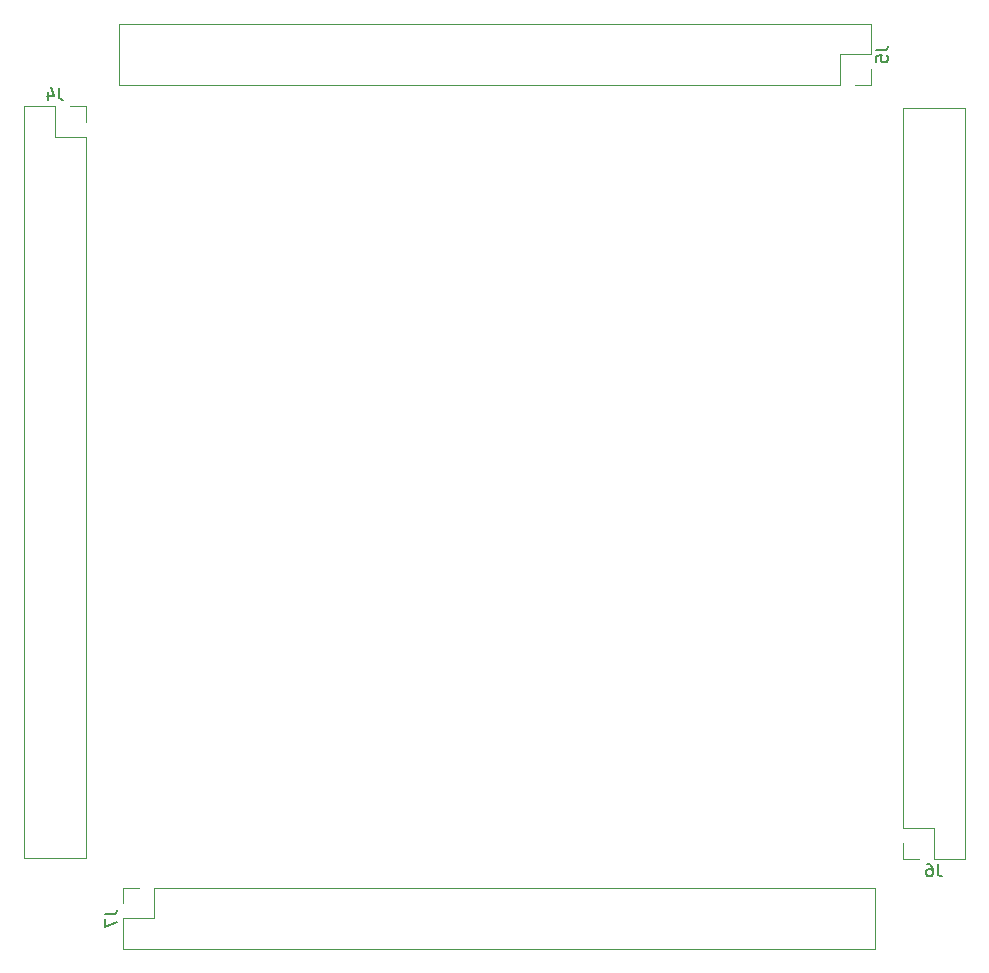
<source format=gbr>
%TF.GenerationSoftware,KiCad,Pcbnew,7.0.7*%
%TF.CreationDate,2024-02-27T20:23:58-08:00*%
%TF.ProjectId,PCBranch,50434272-616e-4636-982e-6b696361645f,rev?*%
%TF.SameCoordinates,Original*%
%TF.FileFunction,Legend,Bot*%
%TF.FilePolarity,Positive*%
%FSLAX46Y46*%
G04 Gerber Fmt 4.6, Leading zero omitted, Abs format (unit mm)*
G04 Created by KiCad (PCBNEW 7.0.7) date 2024-02-27 20:23:58*
%MOMM*%
%LPD*%
G01*
G04 APERTURE LIST*
%ADD10C,0.150000*%
%ADD11C,0.120000*%
G04 APERTURE END LIST*
D10*
X77444819Y-11776666D02*
X78159104Y-11776666D01*
X78159104Y-11776666D02*
X78301961Y-11729047D01*
X78301961Y-11729047D02*
X78397200Y-11633809D01*
X78397200Y-11633809D02*
X78444819Y-11490952D01*
X78444819Y-11490952D02*
X78444819Y-11395714D01*
X77444819Y-12729047D02*
X77444819Y-12252857D01*
X77444819Y-12252857D02*
X77921009Y-12205238D01*
X77921009Y-12205238D02*
X77873390Y-12252857D01*
X77873390Y-12252857D02*
X77825771Y-12348095D01*
X77825771Y-12348095D02*
X77825771Y-12586190D01*
X77825771Y-12586190D02*
X77873390Y-12681428D01*
X77873390Y-12681428D02*
X77921009Y-12729047D01*
X77921009Y-12729047D02*
X78016247Y-12776666D01*
X78016247Y-12776666D02*
X78254342Y-12776666D01*
X78254342Y-12776666D02*
X78349580Y-12729047D01*
X78349580Y-12729047D02*
X78397200Y-12681428D01*
X78397200Y-12681428D02*
X78444819Y-12586190D01*
X78444819Y-12586190D02*
X78444819Y-12348095D01*
X78444819Y-12348095D02*
X78397200Y-12252857D01*
X78397200Y-12252857D02*
X78349580Y-12205238D01*
X8243333Y-14964819D02*
X8243333Y-15679104D01*
X8243333Y-15679104D02*
X8290952Y-15821961D01*
X8290952Y-15821961D02*
X8386190Y-15917200D01*
X8386190Y-15917200D02*
X8529047Y-15964819D01*
X8529047Y-15964819D02*
X8624285Y-15964819D01*
X7338571Y-15298152D02*
X7338571Y-15964819D01*
X7576666Y-14917200D02*
X7814761Y-15631485D01*
X7814761Y-15631485D02*
X7195714Y-15631485D01*
X82663333Y-80704819D02*
X82663333Y-81419104D01*
X82663333Y-81419104D02*
X82710952Y-81561961D01*
X82710952Y-81561961D02*
X82806190Y-81657200D01*
X82806190Y-81657200D02*
X82949047Y-81704819D01*
X82949047Y-81704819D02*
X83044285Y-81704819D01*
X81758571Y-80704819D02*
X81949047Y-80704819D01*
X81949047Y-80704819D02*
X82044285Y-80752438D01*
X82044285Y-80752438D02*
X82091904Y-80800057D01*
X82091904Y-80800057D02*
X82187142Y-80942914D01*
X82187142Y-80942914D02*
X82234761Y-81133390D01*
X82234761Y-81133390D02*
X82234761Y-81514342D01*
X82234761Y-81514342D02*
X82187142Y-81609580D01*
X82187142Y-81609580D02*
X82139523Y-81657200D01*
X82139523Y-81657200D02*
X82044285Y-81704819D01*
X82044285Y-81704819D02*
X81853809Y-81704819D01*
X81853809Y-81704819D02*
X81758571Y-81657200D01*
X81758571Y-81657200D02*
X81710952Y-81609580D01*
X81710952Y-81609580D02*
X81663333Y-81514342D01*
X81663333Y-81514342D02*
X81663333Y-81276247D01*
X81663333Y-81276247D02*
X81710952Y-81181009D01*
X81710952Y-81181009D02*
X81758571Y-81133390D01*
X81758571Y-81133390D02*
X81853809Y-81085771D01*
X81853809Y-81085771D02*
X82044285Y-81085771D01*
X82044285Y-81085771D02*
X82139523Y-81133390D01*
X82139523Y-81133390D02*
X82187142Y-81181009D01*
X82187142Y-81181009D02*
X82234761Y-81276247D01*
X12144819Y-84936666D02*
X12859104Y-84936666D01*
X12859104Y-84936666D02*
X13001961Y-84889047D01*
X13001961Y-84889047D02*
X13097200Y-84793809D01*
X13097200Y-84793809D02*
X13144819Y-84650952D01*
X13144819Y-84650952D02*
X13144819Y-84555714D01*
X12144819Y-85317619D02*
X12144819Y-85984285D01*
X12144819Y-85984285D02*
X13144819Y-85555714D01*
D11*
%TO.C,J5*%
X76990000Y-9510000D02*
X13370000Y-9510000D01*
X76990000Y-12110000D02*
X76990000Y-9510000D01*
X74390000Y-12110000D02*
X76990000Y-12110000D01*
X76990000Y-14710000D02*
X76990000Y-13380000D01*
X75660000Y-14710000D02*
X76990000Y-14710000D01*
X74390000Y-14710000D02*
X74390000Y-12110000D01*
X74390000Y-14710000D02*
X13370000Y-14710000D01*
X13370000Y-14710000D02*
X13370000Y-9510000D01*
%TO.C,J4*%
X5310000Y-16510000D02*
X5310000Y-80130000D01*
X7910000Y-16510000D02*
X5310000Y-16510000D01*
X7910000Y-19110000D02*
X7910000Y-16510000D01*
X10510000Y-16510000D02*
X9180000Y-16510000D01*
X10510000Y-17840000D02*
X10510000Y-16510000D01*
X10510000Y-19110000D02*
X7910000Y-19110000D01*
X10510000Y-19110000D02*
X10510000Y-80130000D01*
X10510000Y-80130000D02*
X5310000Y-80130000D01*
%TO.C,J6*%
X84930000Y-80250000D02*
X84930000Y-16630000D01*
X82330000Y-80250000D02*
X84930000Y-80250000D01*
X82330000Y-77650000D02*
X82330000Y-80250000D01*
X79730000Y-80250000D02*
X81060000Y-80250000D01*
X79730000Y-78920000D02*
X79730000Y-80250000D01*
X79730000Y-77650000D02*
X82330000Y-77650000D01*
X79730000Y-77650000D02*
X79730000Y-16630000D01*
X79730000Y-16630000D02*
X84930000Y-16630000D01*
%TO.C,J7*%
X13690000Y-87870000D02*
X77310000Y-87870000D01*
X13690000Y-85270000D02*
X13690000Y-87870000D01*
X16290000Y-85270000D02*
X13690000Y-85270000D01*
X13690000Y-82670000D02*
X13690000Y-84000000D01*
X15020000Y-82670000D02*
X13690000Y-82670000D01*
X16290000Y-82670000D02*
X16290000Y-85270000D01*
X16290000Y-82670000D02*
X77310000Y-82670000D01*
X77310000Y-82670000D02*
X77310000Y-87870000D01*
%TD*%
M02*

</source>
